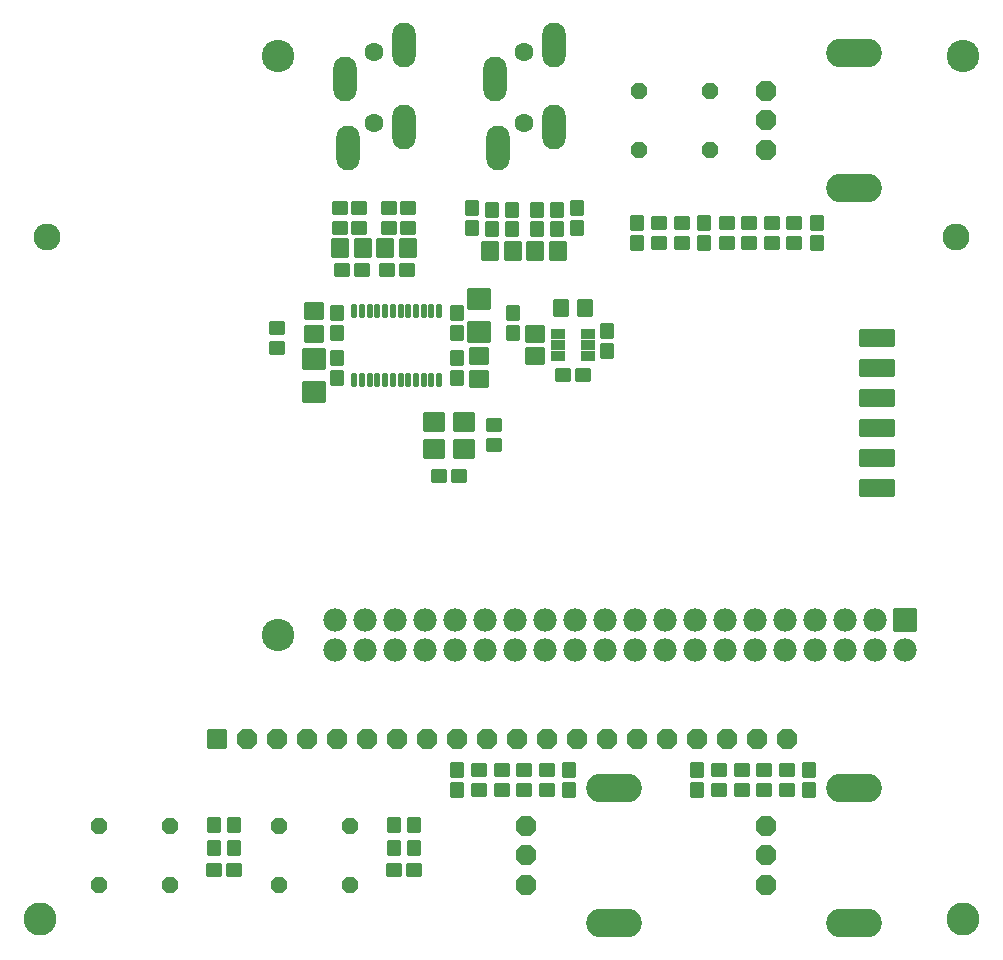
<source format=gbr>
%TF.GenerationSoftware,KiCad,Pcbnew,8.0.6*%
%TF.CreationDate,2024-12-19T22:40:05-08:00*%
%TF.ProjectId,norns-shield-210330,6e6f726e-732d-4736-9869-656c642d3231,rev?*%
%TF.SameCoordinates,Original*%
%TF.FileFunction,Soldermask,Bot*%
%TF.FilePolarity,Negative*%
%FSLAX46Y46*%
G04 Gerber Fmt 4.6, Leading zero omitted, Abs format (unit mm)*
G04 Created by KiCad (PCBNEW 8.0.6) date 2024-12-19 22:40:05*
%MOMM*%
%LPD*%
G01*
G04 APERTURE LIST*
G04 Aperture macros list*
%AMRoundRect*
0 Rectangle with rounded corners*
0 $1 Rounding radius*
0 $2 $3 $4 $5 $6 $7 $8 $9 X,Y pos of 4 corners*
0 Add a 4 corners polygon primitive as box body*
4,1,4,$2,$3,$4,$5,$6,$7,$8,$9,$2,$3,0*
0 Add four circle primitives for the rounded corners*
1,1,$1+$1,$2,$3*
1,1,$1+$1,$4,$5*
1,1,$1+$1,$6,$7*
1,1,$1+$1,$8,$9*
0 Add four rect primitives between the rounded corners*
20,1,$1+$1,$2,$3,$4,$5,0*
20,1,$1+$1,$4,$5,$6,$7,0*
20,1,$1+$1,$6,$7,$8,$9,0*
20,1,$1+$1,$8,$9,$2,$3,0*%
%AMFreePoly0*
4,1,25,0.309904,0.686196,0.322027,0.675842,0.675842,0.322027,0.704349,0.266079,0.705600,0.250185,0.705600,-0.250185,0.686196,-0.309904,0.675842,-0.322027,0.322027,-0.675842,0.266079,-0.704349,0.250185,-0.705600,-0.250185,-0.705600,-0.309904,-0.686196,-0.322027,-0.675842,-0.675842,-0.322027,-0.704349,-0.266079,-0.705600,-0.250185,-0.705600,0.250185,-0.686196,0.309904,-0.675842,0.322027,
-0.322027,0.675842,-0.266079,0.704349,-0.250185,0.705600,0.250185,0.705600,0.309904,0.686196,0.309904,0.686196,$1*%
%AMFreePoly1*
4,1,25,0.370379,0.832196,0.382502,0.821842,0.821842,0.382502,0.850349,0.326554,0.851600,0.310660,0.851600,-0.310660,0.832196,-0.370379,0.821842,-0.382502,0.382502,-0.821842,0.326554,-0.850349,0.310660,-0.851600,-0.310660,-0.851600,-0.370379,-0.832196,-0.382502,-0.821842,-0.821842,-0.382502,-0.850349,-0.326554,-0.851600,-0.310660,-0.851600,0.310660,-0.832196,0.370379,-0.821842,0.382502,
-0.382502,0.821842,-0.326554,0.850349,-0.310660,0.851600,0.310660,0.851600,0.370379,0.832196,0.370379,0.832196,$1*%
%AMFreePoly2*
4,1,25,0.372036,0.836196,0.384159,0.825842,0.825842,0.384159,0.854349,0.328211,0.855600,0.312317,0.855600,-0.312317,0.836196,-0.372036,0.825842,-0.384159,0.384159,-0.825842,0.328211,-0.854349,0.312317,-0.855600,-0.312317,-0.855600,-0.372036,-0.836196,-0.384159,-0.825842,-0.825842,-0.384159,-0.854349,-0.328211,-0.855600,-0.312317,-0.855600,0.312317,-0.836196,0.372036,-0.825842,0.384159,
-0.384159,0.825842,-0.328211,0.854349,-0.312317,0.855600,0.312317,0.855600,0.372036,0.836196,0.372036,0.836196,$1*%
G04 Aperture macros list end*
%ADD10C,2.800000*%
%ADD11C,1.981200*%
%ADD12RoundRect,0.101600X0.889000X0.889000X-0.889000X0.889000X-0.889000X-0.889000X0.889000X-0.889000X0*%
%ADD13C,2.750000*%
%ADD14RoundRect,0.101600X0.152400X0.495300X-0.152400X0.495300X-0.152400X-0.495300X0.152400X-0.495300X0*%
%ADD15RoundRect,0.101600X-0.500000X0.550000X-0.500000X-0.550000X0.500000X-0.550000X0.500000X0.550000X0*%
%ADD16RoundRect,0.101600X-0.750000X0.650000X-0.750000X-0.650000X0.750000X-0.650000X0.750000X0.650000X0*%
%ADD17RoundRect,0.101600X-0.800000X-0.750000X0.800000X-0.750000X0.800000X0.750000X-0.800000X0.750000X0*%
%ADD18RoundRect,0.101600X0.800000X0.750000X-0.800000X0.750000X-0.800000X-0.750000X0.800000X-0.750000X0*%
%ADD19RoundRect,0.101600X-0.550000X0.500000X-0.550000X-0.500000X0.550000X-0.500000X0.550000X0.500000X0*%
%ADD20RoundRect,0.101600X0.550000X0.500000X-0.550000X0.500000X-0.550000X-0.500000X0.550000X-0.500000X0*%
%ADD21RoundRect,0.101600X0.500000X-0.550000X0.500000X0.550000X-0.500000X0.550000X-0.500000X-0.550000X0*%
%ADD22RoundRect,0.101600X0.750000X-0.650000X0.750000X0.650000X-0.750000X0.650000X-0.750000X-0.650000X0*%
%ADD23RoundRect,0.101600X-0.900000X0.800000X-0.900000X-0.800000X0.900000X-0.800000X0.900000X0.800000X0*%
%ADD24RoundRect,0.101600X0.900000X-0.800000X0.900000X0.800000X-0.900000X0.800000X-0.900000X-0.800000X0*%
%ADD25RoundRect,0.101600X0.550000X-0.500000X0.550000X0.500000X-0.550000X0.500000X-0.550000X-0.500000X0*%
%ADD26RoundRect,0.101600X0.650000X0.750000X-0.650000X0.750000X-0.650000X-0.750000X0.650000X-0.750000X0*%
%ADD27RoundRect,0.101600X-0.650000X-0.750000X0.650000X-0.750000X0.650000X0.750000X-0.650000X0.750000X0*%
%ADD28RoundRect,0.101600X-0.550000X-0.500000X0.550000X-0.500000X0.550000X0.500000X-0.550000X0.500000X0*%
%ADD29RoundRect,0.101600X-0.500000X-0.550000X0.500000X-0.550000X0.500000X0.550000X-0.500000X0.550000X0*%
%ADD30RoundRect,0.101600X0.500000X0.550000X-0.500000X0.550000X-0.500000X-0.550000X0.500000X-0.550000X0*%
%ADD31FreePoly0,180.000000*%
%ADD32C,2.286000*%
%ADD33FreePoly1,0.000000*%
%ADD34RoundRect,0.101600X-0.750000X-0.750000X0.750000X-0.750000X0.750000X0.750000X-0.750000X0.750000X0*%
%ADD35O,4.703200X2.453200*%
%ADD36FreePoly2,270.000000*%
%ADD37RoundRect,0.101600X-1.397000X0.635000X-1.397000X-0.635000X1.397000X-0.635000X1.397000X0.635000X0*%
%ADD38RoundRect,0.101600X-0.495000X0.345000X-0.495000X-0.345000X0.495000X-0.345000X0.495000X0.345000X0*%
%ADD39RoundRect,0.101600X0.495000X-0.345000X0.495000X0.345000X-0.495000X0.345000X-0.495000X-0.345000X0*%
%ADD40RoundRect,0.101600X-0.600000X-0.650000X0.600000X-0.650000X0.600000X0.650000X-0.600000X0.650000X0*%
%ADD41O,2.003200X3.803200*%
%ADD42C,1.600000*%
G04 APERTURE END LIST*
D10*
%TO.C,@HOLE0*%
X187553600Y-141516100D03*
%TD*%
%TO.C,@HOLE1*%
X109448600Y-141516100D03*
%TD*%
D11*
%TO.C,X1*%
X134416100Y-118768600D03*
X134416100Y-116228600D03*
X136956100Y-118768600D03*
X136956100Y-116228600D03*
X139496100Y-118768600D03*
X139496100Y-116228600D03*
X142036100Y-118768600D03*
X142036100Y-116228600D03*
X144576100Y-118768600D03*
X144576100Y-116228600D03*
X147116100Y-118768600D03*
X147116100Y-116228600D03*
X149656100Y-118768600D03*
X149656100Y-116228600D03*
X152196100Y-118768600D03*
X152196100Y-116228600D03*
X154736100Y-118768600D03*
X154736100Y-116228600D03*
X157276100Y-118768600D03*
X157276100Y-116228600D03*
X159816100Y-118768600D03*
X159816100Y-116228600D03*
X162356100Y-118768600D03*
X162356100Y-116228600D03*
X164896100Y-118768600D03*
X164896100Y-116228600D03*
X167436100Y-118768600D03*
X167436100Y-116228600D03*
X169976100Y-118768600D03*
X169976100Y-116228600D03*
X172516100Y-118768600D03*
X172516100Y-116228600D03*
X175056100Y-118768600D03*
X175056100Y-116228600D03*
X177596100Y-118768600D03*
X177596100Y-116228600D03*
X180136100Y-118768600D03*
X180136100Y-116228600D03*
X182676100Y-118768600D03*
D12*
X182676100Y-116228600D03*
D13*
X129546100Y-117498600D03*
X129546100Y-68498600D03*
X187546100Y-68498600D03*
%TD*%
D14*
%TO.C,U1*%
X143186100Y-90020800D03*
X142536100Y-90020800D03*
X141886100Y-90020800D03*
X141236100Y-90020800D03*
X140586100Y-90020800D03*
X139936100Y-90020800D03*
X139286100Y-90020800D03*
X138636100Y-90020800D03*
X137986100Y-90020800D03*
X137336100Y-90020800D03*
X136686100Y-90020800D03*
X136036100Y-90020800D03*
X136036100Y-95856400D03*
X136686100Y-95856400D03*
X137336100Y-95856400D03*
X137986100Y-95856400D03*
X138636100Y-95856400D03*
X139286100Y-95856400D03*
X139936100Y-95856400D03*
X140586100Y-95856400D03*
X141236100Y-95856400D03*
X141886100Y-95856400D03*
X142536100Y-95856400D03*
X143186100Y-95856400D03*
%TD*%
D15*
%TO.C,C1*%
X144691100Y-95693600D03*
X144691100Y-93993600D03*
%TD*%
D16*
%TO.C,C2*%
X146596100Y-95793600D03*
X146596100Y-93893600D03*
%TD*%
D17*
%TO.C,Q1*%
X145306100Y-99408600D03*
X142806100Y-99408600D03*
D18*
X142806100Y-101708600D03*
X145306100Y-101708600D03*
%TD*%
D19*
%TO.C,R1*%
X147866100Y-101408600D03*
X147866100Y-99708600D03*
%TD*%
D20*
%TO.C,C3*%
X143206100Y-104051100D03*
X144906100Y-104051100D03*
%TD*%
D21*
%TO.C,C4*%
X134531100Y-90183600D03*
X134531100Y-91883600D03*
%TD*%
D22*
%TO.C,C5*%
X132626100Y-90083600D03*
X132626100Y-91983600D03*
%TD*%
D15*
%TO.C,C6*%
X134531100Y-95693600D03*
X134531100Y-93993600D03*
%TD*%
D23*
%TO.C,C7*%
X132626100Y-96878600D03*
X132626100Y-94078600D03*
%TD*%
D21*
%TO.C,C8*%
X144691100Y-90183600D03*
X144691100Y-91883600D03*
%TD*%
D24*
%TO.C,C9*%
X146596100Y-88998600D03*
X146596100Y-91798600D03*
%TD*%
D25*
%TO.C,R7*%
X140563600Y-81293600D03*
X140563600Y-82993600D03*
%TD*%
%TO.C,R8*%
X138976100Y-81293600D03*
X138976100Y-82993600D03*
%TD*%
D26*
%TO.C,C10*%
X138661100Y-84683600D03*
X140561100Y-84683600D03*
%TD*%
D20*
%TO.C,C11*%
X138761100Y-86588600D03*
X140461100Y-86588600D03*
%TD*%
D25*
%TO.C,R9*%
X136436100Y-81293600D03*
X136436100Y-82993600D03*
%TD*%
%TO.C,R10*%
X134848600Y-81293600D03*
X134848600Y-82993600D03*
%TD*%
D27*
%TO.C,C12*%
X136751100Y-84683600D03*
X134851100Y-84683600D03*
%TD*%
D28*
%TO.C,C13*%
X136651100Y-86588600D03*
X134951100Y-86588600D03*
%TD*%
D26*
%TO.C,C14*%
X151361100Y-85001100D03*
X153261100Y-85001100D03*
%TD*%
D29*
%TO.C,R11*%
X153161100Y-83096100D03*
X151461100Y-83096100D03*
%TD*%
%TO.C,R12*%
X153161100Y-81508600D03*
X151461100Y-81508600D03*
%TD*%
D15*
%TO.C,C15*%
X154851100Y-82993600D03*
X154851100Y-81293600D03*
%TD*%
D27*
%TO.C,C16*%
X149451100Y-85001100D03*
X147551100Y-85001100D03*
%TD*%
D30*
%TO.C,R13*%
X147651100Y-83096100D03*
X149351100Y-83096100D03*
%TD*%
%TO.C,R14*%
X147651100Y-81508600D03*
X149351100Y-81508600D03*
%TD*%
D15*
%TO.C,C17*%
X145961100Y-82993600D03*
X145961100Y-81293600D03*
%TD*%
D19*
%TO.C,R15*%
X129451100Y-93153600D03*
X129451100Y-91453600D03*
%TD*%
D21*
%TO.C,C35*%
X175171100Y-82563600D03*
X175171100Y-84263600D03*
%TD*%
D19*
%TO.C,R26*%
X167551100Y-84263600D03*
X167551100Y-82563600D03*
%TD*%
%TO.C,R28*%
X173266100Y-84263600D03*
X173266100Y-82563600D03*
%TD*%
%TO.C,R29*%
X171361100Y-84263600D03*
X171361100Y-82563600D03*
%TD*%
D21*
%TO.C,C36*%
X165646100Y-82563600D03*
X165646100Y-84263600D03*
%TD*%
D15*
%TO.C,C38*%
X165011100Y-130618600D03*
X165011100Y-128918600D03*
%TD*%
D25*
%TO.C,R32*%
X172631100Y-128918600D03*
X172631100Y-130618600D03*
%TD*%
%TO.C,R34*%
X166916100Y-128918600D03*
X166916100Y-130618600D03*
%TD*%
%TO.C,R35*%
X168821100Y-128918600D03*
X168821100Y-130618600D03*
%TD*%
D15*
%TO.C,C39*%
X174536100Y-130618600D03*
X174536100Y-128918600D03*
%TD*%
%TO.C,C41*%
X144691100Y-130618600D03*
X144691100Y-128918600D03*
%TD*%
D25*
%TO.C,R38*%
X152311100Y-128918600D03*
X152311100Y-130618600D03*
%TD*%
%TO.C,R40*%
X146596100Y-128918600D03*
X146596100Y-130618600D03*
%TD*%
%TO.C,R41*%
X148501100Y-128918600D03*
X148501100Y-130618600D03*
%TD*%
D15*
%TO.C,C42*%
X154216100Y-130618600D03*
X154216100Y-128918600D03*
%TD*%
D25*
%TO.C,R44*%
X163741100Y-82563600D03*
X163741100Y-84263600D03*
%TD*%
D19*
%TO.C,R45*%
X161836100Y-84263600D03*
X161836100Y-82563600D03*
%TD*%
D21*
%TO.C,C44*%
X159931100Y-82563600D03*
X159931100Y-84263600D03*
%TD*%
D30*
%TO.C,R46*%
X124156100Y-133578600D03*
X125856100Y-133578600D03*
%TD*%
D29*
%TO.C,R47*%
X125856100Y-135483600D03*
X124156100Y-135483600D03*
%TD*%
D20*
%TO.C,C45*%
X124156100Y-137388600D03*
X125856100Y-137388600D03*
%TD*%
D30*
%TO.C,R48*%
X139396100Y-133578600D03*
X141096100Y-133578600D03*
%TD*%
D29*
%TO.C,R49*%
X141096100Y-135483600D03*
X139396100Y-135483600D03*
%TD*%
D20*
%TO.C,C46*%
X139396100Y-137388600D03*
X141096100Y-137388600D03*
%TD*%
D31*
%TO.C,SW1*%
X160106100Y-71388600D03*
X160106100Y-76388600D03*
X166106100Y-76388600D03*
X166106100Y-71388600D03*
%TD*%
%TO.C,SW2*%
X114386100Y-133618600D03*
X114386100Y-138618600D03*
X120386100Y-138618600D03*
X120386100Y-133618600D03*
%TD*%
%TO.C,SW3*%
X129626100Y-133618600D03*
X129626100Y-138618600D03*
X135626100Y-138618600D03*
X135626100Y-133618600D03*
%TD*%
D32*
%TO.C,U$1*%
X187001100Y-83753600D03*
X110001100Y-83753600D03*
D33*
X172631100Y-126253600D03*
X170091100Y-126253600D03*
X167551100Y-126253600D03*
X165011100Y-126253600D03*
X162471100Y-126253600D03*
X159931100Y-126253600D03*
X157391100Y-126253600D03*
X154851100Y-126253600D03*
X152311100Y-126253600D03*
X149771100Y-126253600D03*
X147231100Y-126253600D03*
X144691100Y-126253600D03*
X142151100Y-126253600D03*
X139611100Y-126253600D03*
X137071100Y-126253600D03*
X134531100Y-126253600D03*
X131991100Y-126253600D03*
X129451100Y-126253600D03*
X126911100Y-126253600D03*
D34*
X124371100Y-126253600D03*
%TD*%
D35*
%TO.C,E1*%
X178346100Y-79603600D03*
X178346100Y-68173600D03*
D36*
X170846100Y-76388600D03*
X170846100Y-73888600D03*
X170846100Y-71388600D03*
%TD*%
D35*
%TO.C,E2*%
X178346100Y-141833600D03*
X178346100Y-130403600D03*
D36*
X170846100Y-138618600D03*
X170846100Y-136118600D03*
X170846100Y-133618600D03*
%TD*%
D35*
%TO.C,E3*%
X158026100Y-141833600D03*
X158026100Y-130403600D03*
D36*
X150526100Y-138618600D03*
X150526100Y-136118600D03*
X150526100Y-133618600D03*
%TD*%
D37*
%TO.C,J3*%
X180251100Y-92303600D03*
X180251100Y-94843600D03*
X180251100Y-97383600D03*
X180251100Y-99923600D03*
X180251100Y-102463600D03*
X180251100Y-105003600D03*
%TD*%
D19*
%TO.C,R2*%
X169456100Y-84263600D03*
X169456100Y-82563600D03*
%TD*%
D25*
%TO.C,R3*%
X170726100Y-128918600D03*
X170726100Y-130618600D03*
%TD*%
%TO.C,R4*%
X150406100Y-128918600D03*
X150406100Y-130618600D03*
%TD*%
D21*
%TO.C,C47*%
X149453600Y-90183600D03*
X149453600Y-91883600D03*
%TD*%
D38*
%TO.C,U11*%
X153233600Y-91988600D03*
D39*
X153233600Y-92938600D03*
X153233600Y-93888600D03*
D38*
X155833600Y-93888600D03*
X155833600Y-92938600D03*
X155833600Y-91988600D03*
%TD*%
D16*
%TO.C,C43*%
X151358600Y-93888600D03*
X151358600Y-91988600D03*
%TD*%
D15*
%TO.C,C63*%
X157391100Y-93471100D03*
X157391100Y-91771100D03*
%TD*%
D28*
%TO.C,C88*%
X155383600Y-95478600D03*
X153683600Y-95478600D03*
%TD*%
D40*
%TO.C,L3*%
X155549600Y-89763600D03*
X153517600Y-89763600D03*
%TD*%
D41*
%TO.C,J-OUT0*%
X147906100Y-70438600D03*
X148206100Y-76238600D03*
X152906100Y-74438600D03*
X152906100Y-67538600D03*
D42*
X150406100Y-74138600D03*
X150406100Y-68138600D03*
%TD*%
D41*
%TO.C,J-IN0*%
X135206100Y-70438600D03*
X135506100Y-76238600D03*
X140206100Y-74438600D03*
X140206100Y-67538600D03*
D42*
X137706100Y-74138600D03*
X137706100Y-68138600D03*
%TD*%
M02*

</source>
